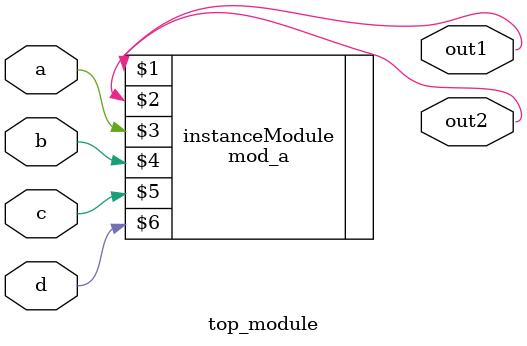
<source format=v>

module top_module ( 
    input a, 
    input b, 
    input c,
    input d,
    output out1,
    output out2
);
    mod_a instanceModule(out1, out2, a, b, c, d);

endmodule

</source>
